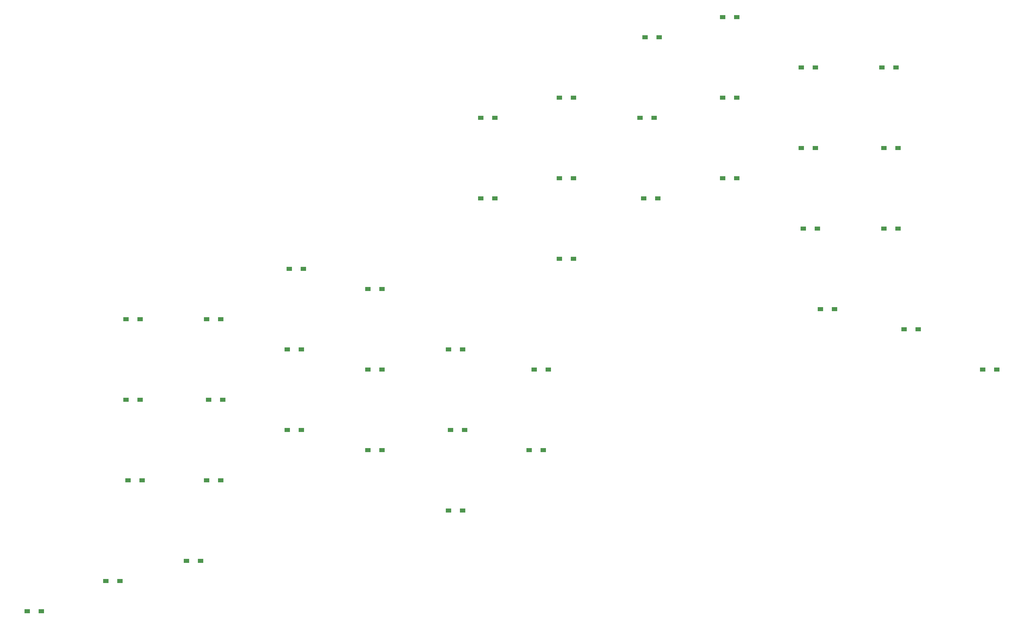
<source format=gbr>
%TF.GenerationSoftware,KiCad,Pcbnew,(6.0.2-0)*%
%TF.CreationDate,2022-03-13T16:27:42+11:00*%
%TF.ProjectId,Nydas,4e796461-732e-46b6-9963-61645f706362,rev?*%
%TF.SameCoordinates,Original*%
%TF.FileFunction,Paste,Top*%
%TF.FilePolarity,Positive*%
%FSLAX46Y46*%
G04 Gerber Fmt 4.6, Leading zero omitted, Abs format (unit mm)*
G04 Created by KiCad (PCBNEW (6.0.2-0)) date 2022-03-13 16:27:42*
%MOMM*%
%LPD*%
G01*
G04 APERTURE LIST*
%ADD10R,1.400000X1.000000*%
G04 APERTURE END LIST*
D10*
%TO.C,D21*%
X56185000Y-96520000D03*
X59735000Y-96520000D03*
%TD*%
%TO.C,D6*%
X246685000Y-33020000D03*
X250235000Y-33020000D03*
%TD*%
%TO.C,D14*%
X186645000Y-66040000D03*
X190195000Y-66040000D03*
%TD*%
%TO.C,D39*%
X51105000Y-162560000D03*
X54655000Y-162560000D03*
%TD*%
%TO.C,D37*%
X137465000Y-144780000D03*
X141015000Y-144780000D03*
%TD*%
%TO.C,D16*%
X226825000Y-73660000D03*
X230375000Y-73660000D03*
%TD*%
%TO.C,D33*%
X56645000Y-137160000D03*
X60195000Y-137160000D03*
%TD*%
%TO.C,D7*%
X145545000Y-66040000D03*
X149095000Y-66040000D03*
%TD*%
%TO.C,D19*%
X252225000Y-99060000D03*
X255775000Y-99060000D03*
%TD*%
%TO.C,D35*%
X96825000Y-124460000D03*
X100375000Y-124460000D03*
%TD*%
%TO.C,D24*%
X117145000Y-88900000D03*
X120695000Y-88900000D03*
%TD*%
%TO.C,D26*%
X159010000Y-109220000D03*
X162560000Y-109220000D03*
%TD*%
%TO.C,D1*%
X145545000Y-45720000D03*
X149095000Y-45720000D03*
%TD*%
%TO.C,D4*%
X206505000Y-20320000D03*
X210055000Y-20320000D03*
%TD*%
%TO.C,D9*%
X185725000Y-45720000D03*
X189275000Y-45720000D03*
%TD*%
%TO.C,D13*%
X165405000Y-81280000D03*
X168955000Y-81280000D03*
%TD*%
%TO.C,D25*%
X137465000Y-104140000D03*
X141015000Y-104140000D03*
%TD*%
%TO.C,D17*%
X247145000Y-73660000D03*
X250695000Y-73660000D03*
%TD*%
%TO.C,D5*%
X226365000Y-33020000D03*
X229915000Y-33020000D03*
%TD*%
%TO.C,D31*%
X137925000Y-124460000D03*
X141475000Y-124460000D03*
%TD*%
%TO.C,D23*%
X97285000Y-83820000D03*
X100835000Y-83820000D03*
%TD*%
%TO.C,D10*%
X206505000Y-40640000D03*
X210055000Y-40640000D03*
%TD*%
%TO.C,D2*%
X165405000Y-40640000D03*
X168955000Y-40640000D03*
%TD*%
%TO.C,D40*%
X71425000Y-157480000D03*
X74975000Y-157480000D03*
%TD*%
%TO.C,D18*%
X231140000Y-93980000D03*
X234690000Y-93980000D03*
%TD*%
%TO.C,D8*%
X165405000Y-60960000D03*
X168955000Y-60960000D03*
%TD*%
%TO.C,D28*%
X76965000Y-116840000D03*
X80515000Y-116840000D03*
%TD*%
%TO.C,D12*%
X247145000Y-53340000D03*
X250695000Y-53340000D03*
%TD*%
%TO.C,D3*%
X186950000Y-25400000D03*
X190500000Y-25400000D03*
%TD*%
%TO.C,D32*%
X157785000Y-129540000D03*
X161335000Y-129540000D03*
%TD*%
%TO.C,D38*%
X31245000Y-170180000D03*
X34795000Y-170180000D03*
%TD*%
%TO.C,D20*%
X272085000Y-109220000D03*
X275635000Y-109220000D03*
%TD*%
%TO.C,D27*%
X56185000Y-116840000D03*
X59735000Y-116840000D03*
%TD*%
%TO.C,D11*%
X226365000Y-53340000D03*
X229915000Y-53340000D03*
%TD*%
%TO.C,D15*%
X206505000Y-60960000D03*
X210055000Y-60960000D03*
%TD*%
%TO.C,D22*%
X76505000Y-96520000D03*
X80055000Y-96520000D03*
%TD*%
%TO.C,D36*%
X117145000Y-129540000D03*
X120695000Y-129540000D03*
%TD*%
%TO.C,D34*%
X76505000Y-137160000D03*
X80055000Y-137160000D03*
%TD*%
%TO.C,D29*%
X96825000Y-104140000D03*
X100375000Y-104140000D03*
%TD*%
%TO.C,D30*%
X117145000Y-109220000D03*
X120695000Y-109220000D03*
%TD*%
M02*

</source>
